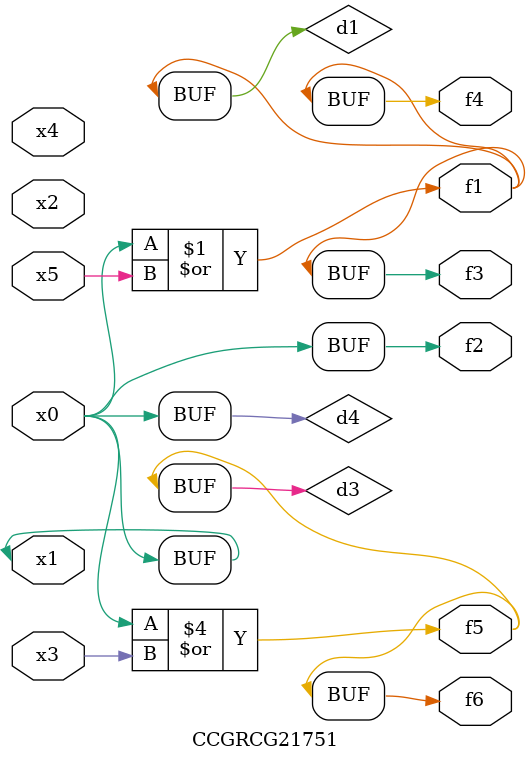
<source format=v>
module CCGRCG21751(
	input x0, x1, x2, x3, x4, x5,
	output f1, f2, f3, f4, f5, f6
);

	wire d1, d2, d3, d4;

	or (d1, x0, x5);
	xnor (d2, x1, x4);
	or (d3, x0, x3);
	buf (d4, x0, x1);
	assign f1 = d1;
	assign f2 = d4;
	assign f3 = d1;
	assign f4 = d1;
	assign f5 = d3;
	assign f6 = d3;
endmodule

</source>
